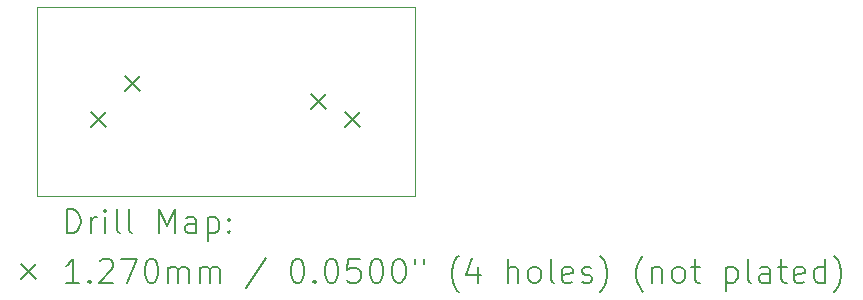
<source format=gbr>
%TF.GenerationSoftware,KiCad,Pcbnew,8.0.2-1*%
%TF.CreationDate,2024-06-17T16:24:41-04:00*%
%TF.ProjectId,InverterBoard,496e7665-7274-4657-9242-6f6172642e6b,rev?*%
%TF.SameCoordinates,Original*%
%TF.FileFunction,Drillmap*%
%TF.FilePolarity,Positive*%
%FSLAX45Y45*%
G04 Gerber Fmt 4.5, Leading zero omitted, Abs format (unit mm)*
G04 Created by KiCad (PCBNEW 8.0.2-1) date 2024-06-17 16:24:41*
%MOMM*%
%LPD*%
G01*
G04 APERTURE LIST*
%ADD10C,0.050000*%
%ADD11C,0.200000*%
%ADD12C,0.127000*%
G04 APERTURE END LIST*
D10*
X11400000Y-6200000D02*
X14600000Y-6200000D01*
X14600000Y-7800000D01*
X11400000Y-7800000D01*
X11400000Y-6200000D01*
D11*
D12*
X11862000Y-7086500D02*
X11989000Y-7213500D01*
X11989000Y-7086500D02*
X11862000Y-7213500D01*
X12146500Y-6786500D02*
X12273500Y-6913500D01*
X12273500Y-6786500D02*
X12146500Y-6913500D01*
X13726500Y-6936500D02*
X13853500Y-7063500D01*
X13853500Y-6936500D02*
X13726500Y-7063500D01*
X14011000Y-7086500D02*
X14138000Y-7213500D01*
X14138000Y-7086500D02*
X14011000Y-7213500D01*
D11*
X11658277Y-8113984D02*
X11658277Y-7913984D01*
X11658277Y-7913984D02*
X11705896Y-7913984D01*
X11705896Y-7913984D02*
X11734467Y-7923508D01*
X11734467Y-7923508D02*
X11753515Y-7942555D01*
X11753515Y-7942555D02*
X11763039Y-7961603D01*
X11763039Y-7961603D02*
X11772562Y-7999698D01*
X11772562Y-7999698D02*
X11772562Y-8028269D01*
X11772562Y-8028269D02*
X11763039Y-8066365D01*
X11763039Y-8066365D02*
X11753515Y-8085412D01*
X11753515Y-8085412D02*
X11734467Y-8104460D01*
X11734467Y-8104460D02*
X11705896Y-8113984D01*
X11705896Y-8113984D02*
X11658277Y-8113984D01*
X11858277Y-8113984D02*
X11858277Y-7980650D01*
X11858277Y-8018746D02*
X11867801Y-7999698D01*
X11867801Y-7999698D02*
X11877324Y-7990174D01*
X11877324Y-7990174D02*
X11896372Y-7980650D01*
X11896372Y-7980650D02*
X11915420Y-7980650D01*
X11982086Y-8113984D02*
X11982086Y-7980650D01*
X11982086Y-7913984D02*
X11972562Y-7923508D01*
X11972562Y-7923508D02*
X11982086Y-7933031D01*
X11982086Y-7933031D02*
X11991610Y-7923508D01*
X11991610Y-7923508D02*
X11982086Y-7913984D01*
X11982086Y-7913984D02*
X11982086Y-7933031D01*
X12105896Y-8113984D02*
X12086848Y-8104460D01*
X12086848Y-8104460D02*
X12077324Y-8085412D01*
X12077324Y-8085412D02*
X12077324Y-7913984D01*
X12210658Y-8113984D02*
X12191610Y-8104460D01*
X12191610Y-8104460D02*
X12182086Y-8085412D01*
X12182086Y-8085412D02*
X12182086Y-7913984D01*
X12439229Y-8113984D02*
X12439229Y-7913984D01*
X12439229Y-7913984D02*
X12505896Y-8056841D01*
X12505896Y-8056841D02*
X12572562Y-7913984D01*
X12572562Y-7913984D02*
X12572562Y-8113984D01*
X12753515Y-8113984D02*
X12753515Y-8009222D01*
X12753515Y-8009222D02*
X12743991Y-7990174D01*
X12743991Y-7990174D02*
X12724943Y-7980650D01*
X12724943Y-7980650D02*
X12686848Y-7980650D01*
X12686848Y-7980650D02*
X12667801Y-7990174D01*
X12753515Y-8104460D02*
X12734467Y-8113984D01*
X12734467Y-8113984D02*
X12686848Y-8113984D01*
X12686848Y-8113984D02*
X12667801Y-8104460D01*
X12667801Y-8104460D02*
X12658277Y-8085412D01*
X12658277Y-8085412D02*
X12658277Y-8066365D01*
X12658277Y-8066365D02*
X12667801Y-8047317D01*
X12667801Y-8047317D02*
X12686848Y-8037793D01*
X12686848Y-8037793D02*
X12734467Y-8037793D01*
X12734467Y-8037793D02*
X12753515Y-8028269D01*
X12848753Y-7980650D02*
X12848753Y-8180650D01*
X12848753Y-7990174D02*
X12867801Y-7980650D01*
X12867801Y-7980650D02*
X12905896Y-7980650D01*
X12905896Y-7980650D02*
X12924943Y-7990174D01*
X12924943Y-7990174D02*
X12934467Y-7999698D01*
X12934467Y-7999698D02*
X12943991Y-8018746D01*
X12943991Y-8018746D02*
X12943991Y-8075888D01*
X12943991Y-8075888D02*
X12934467Y-8094936D01*
X12934467Y-8094936D02*
X12924943Y-8104460D01*
X12924943Y-8104460D02*
X12905896Y-8113984D01*
X12905896Y-8113984D02*
X12867801Y-8113984D01*
X12867801Y-8113984D02*
X12848753Y-8104460D01*
X13029705Y-8094936D02*
X13039229Y-8104460D01*
X13039229Y-8104460D02*
X13029705Y-8113984D01*
X13029705Y-8113984D02*
X13020182Y-8104460D01*
X13020182Y-8104460D02*
X13029705Y-8094936D01*
X13029705Y-8094936D02*
X13029705Y-8113984D01*
X13029705Y-7990174D02*
X13039229Y-7999698D01*
X13039229Y-7999698D02*
X13029705Y-8009222D01*
X13029705Y-8009222D02*
X13020182Y-7999698D01*
X13020182Y-7999698D02*
X13029705Y-7990174D01*
X13029705Y-7990174D02*
X13029705Y-8009222D01*
D12*
X11270500Y-8379000D02*
X11397500Y-8506000D01*
X11397500Y-8379000D02*
X11270500Y-8506000D01*
D11*
X11763039Y-8533984D02*
X11648753Y-8533984D01*
X11705896Y-8533984D02*
X11705896Y-8333984D01*
X11705896Y-8333984D02*
X11686848Y-8362555D01*
X11686848Y-8362555D02*
X11667801Y-8381603D01*
X11667801Y-8381603D02*
X11648753Y-8391127D01*
X11848753Y-8514936D02*
X11858277Y-8524460D01*
X11858277Y-8524460D02*
X11848753Y-8533984D01*
X11848753Y-8533984D02*
X11839229Y-8524460D01*
X11839229Y-8524460D02*
X11848753Y-8514936D01*
X11848753Y-8514936D02*
X11848753Y-8533984D01*
X11934467Y-8353031D02*
X11943991Y-8343508D01*
X11943991Y-8343508D02*
X11963039Y-8333984D01*
X11963039Y-8333984D02*
X12010658Y-8333984D01*
X12010658Y-8333984D02*
X12029705Y-8343508D01*
X12029705Y-8343508D02*
X12039229Y-8353031D01*
X12039229Y-8353031D02*
X12048753Y-8372079D01*
X12048753Y-8372079D02*
X12048753Y-8391127D01*
X12048753Y-8391127D02*
X12039229Y-8419698D01*
X12039229Y-8419698D02*
X11924943Y-8533984D01*
X11924943Y-8533984D02*
X12048753Y-8533984D01*
X12115420Y-8333984D02*
X12248753Y-8333984D01*
X12248753Y-8333984D02*
X12163039Y-8533984D01*
X12363039Y-8333984D02*
X12382086Y-8333984D01*
X12382086Y-8333984D02*
X12401134Y-8343508D01*
X12401134Y-8343508D02*
X12410658Y-8353031D01*
X12410658Y-8353031D02*
X12420182Y-8372079D01*
X12420182Y-8372079D02*
X12429705Y-8410174D01*
X12429705Y-8410174D02*
X12429705Y-8457793D01*
X12429705Y-8457793D02*
X12420182Y-8495889D01*
X12420182Y-8495889D02*
X12410658Y-8514936D01*
X12410658Y-8514936D02*
X12401134Y-8524460D01*
X12401134Y-8524460D02*
X12382086Y-8533984D01*
X12382086Y-8533984D02*
X12363039Y-8533984D01*
X12363039Y-8533984D02*
X12343991Y-8524460D01*
X12343991Y-8524460D02*
X12334467Y-8514936D01*
X12334467Y-8514936D02*
X12324943Y-8495889D01*
X12324943Y-8495889D02*
X12315420Y-8457793D01*
X12315420Y-8457793D02*
X12315420Y-8410174D01*
X12315420Y-8410174D02*
X12324943Y-8372079D01*
X12324943Y-8372079D02*
X12334467Y-8353031D01*
X12334467Y-8353031D02*
X12343991Y-8343508D01*
X12343991Y-8343508D02*
X12363039Y-8333984D01*
X12515420Y-8533984D02*
X12515420Y-8400650D01*
X12515420Y-8419698D02*
X12524943Y-8410174D01*
X12524943Y-8410174D02*
X12543991Y-8400650D01*
X12543991Y-8400650D02*
X12572563Y-8400650D01*
X12572563Y-8400650D02*
X12591610Y-8410174D01*
X12591610Y-8410174D02*
X12601134Y-8429222D01*
X12601134Y-8429222D02*
X12601134Y-8533984D01*
X12601134Y-8429222D02*
X12610658Y-8410174D01*
X12610658Y-8410174D02*
X12629705Y-8400650D01*
X12629705Y-8400650D02*
X12658277Y-8400650D01*
X12658277Y-8400650D02*
X12677324Y-8410174D01*
X12677324Y-8410174D02*
X12686848Y-8429222D01*
X12686848Y-8429222D02*
X12686848Y-8533984D01*
X12782086Y-8533984D02*
X12782086Y-8400650D01*
X12782086Y-8419698D02*
X12791610Y-8410174D01*
X12791610Y-8410174D02*
X12810658Y-8400650D01*
X12810658Y-8400650D02*
X12839229Y-8400650D01*
X12839229Y-8400650D02*
X12858277Y-8410174D01*
X12858277Y-8410174D02*
X12867801Y-8429222D01*
X12867801Y-8429222D02*
X12867801Y-8533984D01*
X12867801Y-8429222D02*
X12877324Y-8410174D01*
X12877324Y-8410174D02*
X12896372Y-8400650D01*
X12896372Y-8400650D02*
X12924943Y-8400650D01*
X12924943Y-8400650D02*
X12943991Y-8410174D01*
X12943991Y-8410174D02*
X12953515Y-8429222D01*
X12953515Y-8429222D02*
X12953515Y-8533984D01*
X13343991Y-8324460D02*
X13172563Y-8581603D01*
X13601134Y-8333984D02*
X13620182Y-8333984D01*
X13620182Y-8333984D02*
X13639229Y-8343508D01*
X13639229Y-8343508D02*
X13648753Y-8353031D01*
X13648753Y-8353031D02*
X13658277Y-8372079D01*
X13658277Y-8372079D02*
X13667801Y-8410174D01*
X13667801Y-8410174D02*
X13667801Y-8457793D01*
X13667801Y-8457793D02*
X13658277Y-8495889D01*
X13658277Y-8495889D02*
X13648753Y-8514936D01*
X13648753Y-8514936D02*
X13639229Y-8524460D01*
X13639229Y-8524460D02*
X13620182Y-8533984D01*
X13620182Y-8533984D02*
X13601134Y-8533984D01*
X13601134Y-8533984D02*
X13582086Y-8524460D01*
X13582086Y-8524460D02*
X13572563Y-8514936D01*
X13572563Y-8514936D02*
X13563039Y-8495889D01*
X13563039Y-8495889D02*
X13553515Y-8457793D01*
X13553515Y-8457793D02*
X13553515Y-8410174D01*
X13553515Y-8410174D02*
X13563039Y-8372079D01*
X13563039Y-8372079D02*
X13572563Y-8353031D01*
X13572563Y-8353031D02*
X13582086Y-8343508D01*
X13582086Y-8343508D02*
X13601134Y-8333984D01*
X13753515Y-8514936D02*
X13763039Y-8524460D01*
X13763039Y-8524460D02*
X13753515Y-8533984D01*
X13753515Y-8533984D02*
X13743991Y-8524460D01*
X13743991Y-8524460D02*
X13753515Y-8514936D01*
X13753515Y-8514936D02*
X13753515Y-8533984D01*
X13886848Y-8333984D02*
X13905896Y-8333984D01*
X13905896Y-8333984D02*
X13924944Y-8343508D01*
X13924944Y-8343508D02*
X13934467Y-8353031D01*
X13934467Y-8353031D02*
X13943991Y-8372079D01*
X13943991Y-8372079D02*
X13953515Y-8410174D01*
X13953515Y-8410174D02*
X13953515Y-8457793D01*
X13953515Y-8457793D02*
X13943991Y-8495889D01*
X13943991Y-8495889D02*
X13934467Y-8514936D01*
X13934467Y-8514936D02*
X13924944Y-8524460D01*
X13924944Y-8524460D02*
X13905896Y-8533984D01*
X13905896Y-8533984D02*
X13886848Y-8533984D01*
X13886848Y-8533984D02*
X13867801Y-8524460D01*
X13867801Y-8524460D02*
X13858277Y-8514936D01*
X13858277Y-8514936D02*
X13848753Y-8495889D01*
X13848753Y-8495889D02*
X13839229Y-8457793D01*
X13839229Y-8457793D02*
X13839229Y-8410174D01*
X13839229Y-8410174D02*
X13848753Y-8372079D01*
X13848753Y-8372079D02*
X13858277Y-8353031D01*
X13858277Y-8353031D02*
X13867801Y-8343508D01*
X13867801Y-8343508D02*
X13886848Y-8333984D01*
X14134467Y-8333984D02*
X14039229Y-8333984D01*
X14039229Y-8333984D02*
X14029706Y-8429222D01*
X14029706Y-8429222D02*
X14039229Y-8419698D01*
X14039229Y-8419698D02*
X14058277Y-8410174D01*
X14058277Y-8410174D02*
X14105896Y-8410174D01*
X14105896Y-8410174D02*
X14124944Y-8419698D01*
X14124944Y-8419698D02*
X14134467Y-8429222D01*
X14134467Y-8429222D02*
X14143991Y-8448270D01*
X14143991Y-8448270D02*
X14143991Y-8495889D01*
X14143991Y-8495889D02*
X14134467Y-8514936D01*
X14134467Y-8514936D02*
X14124944Y-8524460D01*
X14124944Y-8524460D02*
X14105896Y-8533984D01*
X14105896Y-8533984D02*
X14058277Y-8533984D01*
X14058277Y-8533984D02*
X14039229Y-8524460D01*
X14039229Y-8524460D02*
X14029706Y-8514936D01*
X14267801Y-8333984D02*
X14286848Y-8333984D01*
X14286848Y-8333984D02*
X14305896Y-8343508D01*
X14305896Y-8343508D02*
X14315420Y-8353031D01*
X14315420Y-8353031D02*
X14324944Y-8372079D01*
X14324944Y-8372079D02*
X14334467Y-8410174D01*
X14334467Y-8410174D02*
X14334467Y-8457793D01*
X14334467Y-8457793D02*
X14324944Y-8495889D01*
X14324944Y-8495889D02*
X14315420Y-8514936D01*
X14315420Y-8514936D02*
X14305896Y-8524460D01*
X14305896Y-8524460D02*
X14286848Y-8533984D01*
X14286848Y-8533984D02*
X14267801Y-8533984D01*
X14267801Y-8533984D02*
X14248753Y-8524460D01*
X14248753Y-8524460D02*
X14239229Y-8514936D01*
X14239229Y-8514936D02*
X14229706Y-8495889D01*
X14229706Y-8495889D02*
X14220182Y-8457793D01*
X14220182Y-8457793D02*
X14220182Y-8410174D01*
X14220182Y-8410174D02*
X14229706Y-8372079D01*
X14229706Y-8372079D02*
X14239229Y-8353031D01*
X14239229Y-8353031D02*
X14248753Y-8343508D01*
X14248753Y-8343508D02*
X14267801Y-8333984D01*
X14458277Y-8333984D02*
X14477325Y-8333984D01*
X14477325Y-8333984D02*
X14496372Y-8343508D01*
X14496372Y-8343508D02*
X14505896Y-8353031D01*
X14505896Y-8353031D02*
X14515420Y-8372079D01*
X14515420Y-8372079D02*
X14524944Y-8410174D01*
X14524944Y-8410174D02*
X14524944Y-8457793D01*
X14524944Y-8457793D02*
X14515420Y-8495889D01*
X14515420Y-8495889D02*
X14505896Y-8514936D01*
X14505896Y-8514936D02*
X14496372Y-8524460D01*
X14496372Y-8524460D02*
X14477325Y-8533984D01*
X14477325Y-8533984D02*
X14458277Y-8533984D01*
X14458277Y-8533984D02*
X14439229Y-8524460D01*
X14439229Y-8524460D02*
X14429706Y-8514936D01*
X14429706Y-8514936D02*
X14420182Y-8495889D01*
X14420182Y-8495889D02*
X14410658Y-8457793D01*
X14410658Y-8457793D02*
X14410658Y-8410174D01*
X14410658Y-8410174D02*
X14420182Y-8372079D01*
X14420182Y-8372079D02*
X14429706Y-8353031D01*
X14429706Y-8353031D02*
X14439229Y-8343508D01*
X14439229Y-8343508D02*
X14458277Y-8333984D01*
X14601134Y-8333984D02*
X14601134Y-8372079D01*
X14677325Y-8333984D02*
X14677325Y-8372079D01*
X14972563Y-8610174D02*
X14963039Y-8600650D01*
X14963039Y-8600650D02*
X14943991Y-8572079D01*
X14943991Y-8572079D02*
X14934468Y-8553031D01*
X14934468Y-8553031D02*
X14924944Y-8524460D01*
X14924944Y-8524460D02*
X14915420Y-8476841D01*
X14915420Y-8476841D02*
X14915420Y-8438746D01*
X14915420Y-8438746D02*
X14924944Y-8391127D01*
X14924944Y-8391127D02*
X14934468Y-8362555D01*
X14934468Y-8362555D02*
X14943991Y-8343508D01*
X14943991Y-8343508D02*
X14963039Y-8314936D01*
X14963039Y-8314936D02*
X14972563Y-8305412D01*
X15134468Y-8400650D02*
X15134468Y-8533984D01*
X15086848Y-8324460D02*
X15039229Y-8467317D01*
X15039229Y-8467317D02*
X15163039Y-8467317D01*
X15391610Y-8533984D02*
X15391610Y-8333984D01*
X15477325Y-8533984D02*
X15477325Y-8429222D01*
X15477325Y-8429222D02*
X15467801Y-8410174D01*
X15467801Y-8410174D02*
X15448753Y-8400650D01*
X15448753Y-8400650D02*
X15420182Y-8400650D01*
X15420182Y-8400650D02*
X15401134Y-8410174D01*
X15401134Y-8410174D02*
X15391610Y-8419698D01*
X15601134Y-8533984D02*
X15582087Y-8524460D01*
X15582087Y-8524460D02*
X15572563Y-8514936D01*
X15572563Y-8514936D02*
X15563039Y-8495889D01*
X15563039Y-8495889D02*
X15563039Y-8438746D01*
X15563039Y-8438746D02*
X15572563Y-8419698D01*
X15572563Y-8419698D02*
X15582087Y-8410174D01*
X15582087Y-8410174D02*
X15601134Y-8400650D01*
X15601134Y-8400650D02*
X15629706Y-8400650D01*
X15629706Y-8400650D02*
X15648753Y-8410174D01*
X15648753Y-8410174D02*
X15658277Y-8419698D01*
X15658277Y-8419698D02*
X15667801Y-8438746D01*
X15667801Y-8438746D02*
X15667801Y-8495889D01*
X15667801Y-8495889D02*
X15658277Y-8514936D01*
X15658277Y-8514936D02*
X15648753Y-8524460D01*
X15648753Y-8524460D02*
X15629706Y-8533984D01*
X15629706Y-8533984D02*
X15601134Y-8533984D01*
X15782087Y-8533984D02*
X15763039Y-8524460D01*
X15763039Y-8524460D02*
X15753515Y-8505412D01*
X15753515Y-8505412D02*
X15753515Y-8333984D01*
X15934468Y-8524460D02*
X15915420Y-8533984D01*
X15915420Y-8533984D02*
X15877325Y-8533984D01*
X15877325Y-8533984D02*
X15858277Y-8524460D01*
X15858277Y-8524460D02*
X15848753Y-8505412D01*
X15848753Y-8505412D02*
X15848753Y-8429222D01*
X15848753Y-8429222D02*
X15858277Y-8410174D01*
X15858277Y-8410174D02*
X15877325Y-8400650D01*
X15877325Y-8400650D02*
X15915420Y-8400650D01*
X15915420Y-8400650D02*
X15934468Y-8410174D01*
X15934468Y-8410174D02*
X15943991Y-8429222D01*
X15943991Y-8429222D02*
X15943991Y-8448270D01*
X15943991Y-8448270D02*
X15848753Y-8467317D01*
X16020182Y-8524460D02*
X16039230Y-8533984D01*
X16039230Y-8533984D02*
X16077325Y-8533984D01*
X16077325Y-8533984D02*
X16096372Y-8524460D01*
X16096372Y-8524460D02*
X16105896Y-8505412D01*
X16105896Y-8505412D02*
X16105896Y-8495889D01*
X16105896Y-8495889D02*
X16096372Y-8476841D01*
X16096372Y-8476841D02*
X16077325Y-8467317D01*
X16077325Y-8467317D02*
X16048753Y-8467317D01*
X16048753Y-8467317D02*
X16029706Y-8457793D01*
X16029706Y-8457793D02*
X16020182Y-8438746D01*
X16020182Y-8438746D02*
X16020182Y-8429222D01*
X16020182Y-8429222D02*
X16029706Y-8410174D01*
X16029706Y-8410174D02*
X16048753Y-8400650D01*
X16048753Y-8400650D02*
X16077325Y-8400650D01*
X16077325Y-8400650D02*
X16096372Y-8410174D01*
X16172563Y-8610174D02*
X16182087Y-8600650D01*
X16182087Y-8600650D02*
X16201134Y-8572079D01*
X16201134Y-8572079D02*
X16210658Y-8553031D01*
X16210658Y-8553031D02*
X16220182Y-8524460D01*
X16220182Y-8524460D02*
X16229706Y-8476841D01*
X16229706Y-8476841D02*
X16229706Y-8438746D01*
X16229706Y-8438746D02*
X16220182Y-8391127D01*
X16220182Y-8391127D02*
X16210658Y-8362555D01*
X16210658Y-8362555D02*
X16201134Y-8343508D01*
X16201134Y-8343508D02*
X16182087Y-8314936D01*
X16182087Y-8314936D02*
X16172563Y-8305412D01*
X16534468Y-8610174D02*
X16524944Y-8600650D01*
X16524944Y-8600650D02*
X16505896Y-8572079D01*
X16505896Y-8572079D02*
X16496372Y-8553031D01*
X16496372Y-8553031D02*
X16486849Y-8524460D01*
X16486849Y-8524460D02*
X16477325Y-8476841D01*
X16477325Y-8476841D02*
X16477325Y-8438746D01*
X16477325Y-8438746D02*
X16486849Y-8391127D01*
X16486849Y-8391127D02*
X16496372Y-8362555D01*
X16496372Y-8362555D02*
X16505896Y-8343508D01*
X16505896Y-8343508D02*
X16524944Y-8314936D01*
X16524944Y-8314936D02*
X16534468Y-8305412D01*
X16610658Y-8400650D02*
X16610658Y-8533984D01*
X16610658Y-8419698D02*
X16620182Y-8410174D01*
X16620182Y-8410174D02*
X16639230Y-8400650D01*
X16639230Y-8400650D02*
X16667801Y-8400650D01*
X16667801Y-8400650D02*
X16686849Y-8410174D01*
X16686849Y-8410174D02*
X16696372Y-8429222D01*
X16696372Y-8429222D02*
X16696372Y-8533984D01*
X16820182Y-8533984D02*
X16801134Y-8524460D01*
X16801134Y-8524460D02*
X16791611Y-8514936D01*
X16791611Y-8514936D02*
X16782087Y-8495889D01*
X16782087Y-8495889D02*
X16782087Y-8438746D01*
X16782087Y-8438746D02*
X16791611Y-8419698D01*
X16791611Y-8419698D02*
X16801134Y-8410174D01*
X16801134Y-8410174D02*
X16820182Y-8400650D01*
X16820182Y-8400650D02*
X16848754Y-8400650D01*
X16848754Y-8400650D02*
X16867801Y-8410174D01*
X16867801Y-8410174D02*
X16877325Y-8419698D01*
X16877325Y-8419698D02*
X16886849Y-8438746D01*
X16886849Y-8438746D02*
X16886849Y-8495889D01*
X16886849Y-8495889D02*
X16877325Y-8514936D01*
X16877325Y-8514936D02*
X16867801Y-8524460D01*
X16867801Y-8524460D02*
X16848754Y-8533984D01*
X16848754Y-8533984D02*
X16820182Y-8533984D01*
X16943992Y-8400650D02*
X17020182Y-8400650D01*
X16972563Y-8333984D02*
X16972563Y-8505412D01*
X16972563Y-8505412D02*
X16982087Y-8524460D01*
X16982087Y-8524460D02*
X17001134Y-8533984D01*
X17001134Y-8533984D02*
X17020182Y-8533984D01*
X17239230Y-8400650D02*
X17239230Y-8600650D01*
X17239230Y-8410174D02*
X17258277Y-8400650D01*
X17258277Y-8400650D02*
X17296373Y-8400650D01*
X17296373Y-8400650D02*
X17315420Y-8410174D01*
X17315420Y-8410174D02*
X17324944Y-8419698D01*
X17324944Y-8419698D02*
X17334468Y-8438746D01*
X17334468Y-8438746D02*
X17334468Y-8495889D01*
X17334468Y-8495889D02*
X17324944Y-8514936D01*
X17324944Y-8514936D02*
X17315420Y-8524460D01*
X17315420Y-8524460D02*
X17296373Y-8533984D01*
X17296373Y-8533984D02*
X17258277Y-8533984D01*
X17258277Y-8533984D02*
X17239230Y-8524460D01*
X17448754Y-8533984D02*
X17429706Y-8524460D01*
X17429706Y-8524460D02*
X17420182Y-8505412D01*
X17420182Y-8505412D02*
X17420182Y-8333984D01*
X17610658Y-8533984D02*
X17610658Y-8429222D01*
X17610658Y-8429222D02*
X17601135Y-8410174D01*
X17601135Y-8410174D02*
X17582087Y-8400650D01*
X17582087Y-8400650D02*
X17543992Y-8400650D01*
X17543992Y-8400650D02*
X17524944Y-8410174D01*
X17610658Y-8524460D02*
X17591611Y-8533984D01*
X17591611Y-8533984D02*
X17543992Y-8533984D01*
X17543992Y-8533984D02*
X17524944Y-8524460D01*
X17524944Y-8524460D02*
X17515420Y-8505412D01*
X17515420Y-8505412D02*
X17515420Y-8486365D01*
X17515420Y-8486365D02*
X17524944Y-8467317D01*
X17524944Y-8467317D02*
X17543992Y-8457793D01*
X17543992Y-8457793D02*
X17591611Y-8457793D01*
X17591611Y-8457793D02*
X17610658Y-8448270D01*
X17677325Y-8400650D02*
X17753515Y-8400650D01*
X17705896Y-8333984D02*
X17705896Y-8505412D01*
X17705896Y-8505412D02*
X17715420Y-8524460D01*
X17715420Y-8524460D02*
X17734468Y-8533984D01*
X17734468Y-8533984D02*
X17753515Y-8533984D01*
X17896373Y-8524460D02*
X17877325Y-8533984D01*
X17877325Y-8533984D02*
X17839230Y-8533984D01*
X17839230Y-8533984D02*
X17820182Y-8524460D01*
X17820182Y-8524460D02*
X17810658Y-8505412D01*
X17810658Y-8505412D02*
X17810658Y-8429222D01*
X17810658Y-8429222D02*
X17820182Y-8410174D01*
X17820182Y-8410174D02*
X17839230Y-8400650D01*
X17839230Y-8400650D02*
X17877325Y-8400650D01*
X17877325Y-8400650D02*
X17896373Y-8410174D01*
X17896373Y-8410174D02*
X17905896Y-8429222D01*
X17905896Y-8429222D02*
X17905896Y-8448270D01*
X17905896Y-8448270D02*
X17810658Y-8467317D01*
X18077325Y-8533984D02*
X18077325Y-8333984D01*
X18077325Y-8524460D02*
X18058277Y-8533984D01*
X18058277Y-8533984D02*
X18020182Y-8533984D01*
X18020182Y-8533984D02*
X18001135Y-8524460D01*
X18001135Y-8524460D02*
X17991611Y-8514936D01*
X17991611Y-8514936D02*
X17982087Y-8495889D01*
X17982087Y-8495889D02*
X17982087Y-8438746D01*
X17982087Y-8438746D02*
X17991611Y-8419698D01*
X17991611Y-8419698D02*
X18001135Y-8410174D01*
X18001135Y-8410174D02*
X18020182Y-8400650D01*
X18020182Y-8400650D02*
X18058277Y-8400650D01*
X18058277Y-8400650D02*
X18077325Y-8410174D01*
X18153516Y-8610174D02*
X18163039Y-8600650D01*
X18163039Y-8600650D02*
X18182087Y-8572079D01*
X18182087Y-8572079D02*
X18191611Y-8553031D01*
X18191611Y-8553031D02*
X18201135Y-8524460D01*
X18201135Y-8524460D02*
X18210658Y-8476841D01*
X18210658Y-8476841D02*
X18210658Y-8438746D01*
X18210658Y-8438746D02*
X18201135Y-8391127D01*
X18201135Y-8391127D02*
X18191611Y-8362555D01*
X18191611Y-8362555D02*
X18182087Y-8343508D01*
X18182087Y-8343508D02*
X18163039Y-8314936D01*
X18163039Y-8314936D02*
X18153516Y-8305412D01*
M02*

</source>
